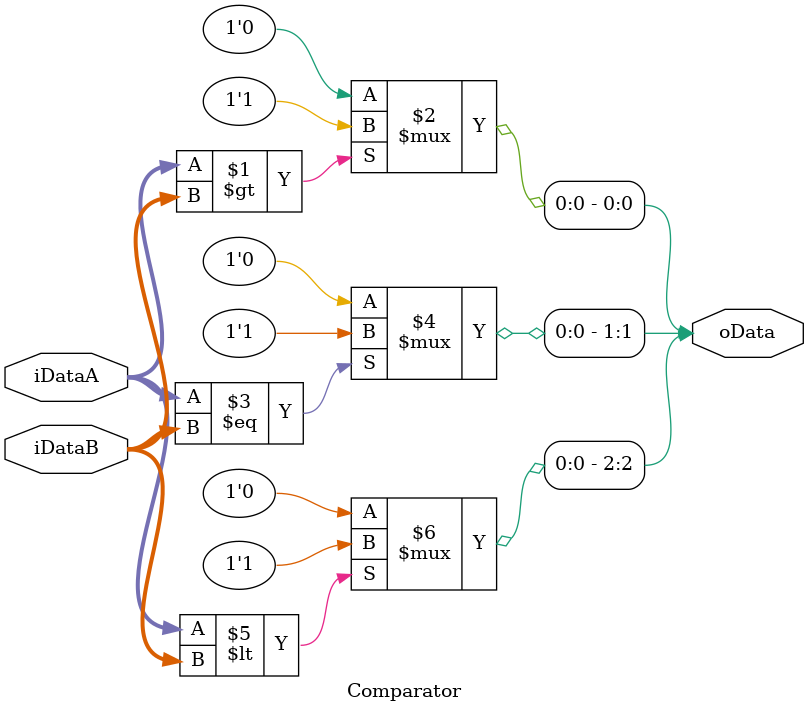
<source format=v>
/* verilator lint_off DECLFILENAME */
// /*
//     Comparator module compares input and output
//     If A > B -> oData[0] = 1
//     If A = B -> oData[1] = 1
//     If A < B -> oData[2] = 1
// */
module Comparator (
    input [31:0] iDataA,
    input [31:0] iDataB,
    output [2:0] oData
  );
  assign oData[0] = (iDataA > iDataB) ? 1'b1 : 1'b0;
  assign oData[1] = (iDataA == iDataB) ? 1'b1 : 1'b0;
  assign oData[2] = (iDataA < iDataB) ? 1'b1 : 1'b0;
endmodule
/* verilator lint_on DECLFILENAME */

</source>
